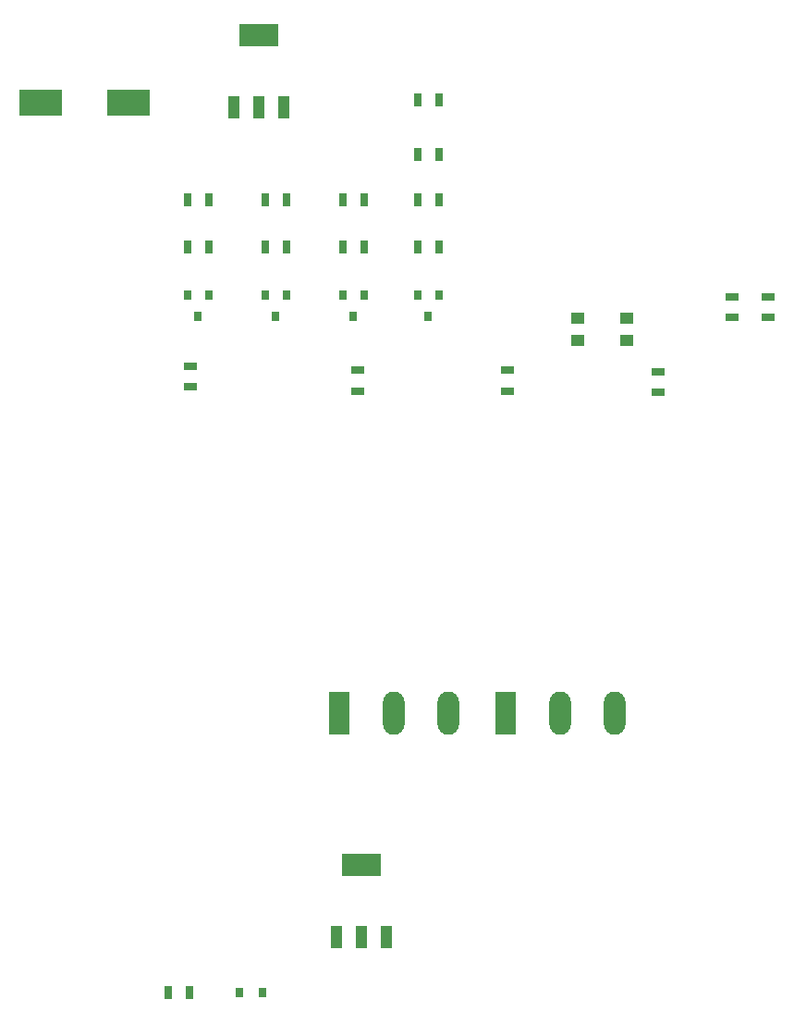
<source format=gtp>
G04 #@! TF.FileFunction,Paste,Top*
%FSLAX46Y46*%
G04 Gerber Fmt 4.6, Leading zero omitted, Abs format (unit mm)*
G04 Created by KiCad (PCBNEW 4.0.5+dfsg1-4) date Tue Dec 12 22:17:04 2017*
%MOMM*%
%LPD*%
G01*
G04 APERTURE LIST*
%ADD10C,0.100000*%
%ADD11R,4.000500X2.400300*%
%ADD12R,0.800000X0.900000*%
%ADD13R,1.250000X1.000000*%
%ADD14R,0.700000X1.300000*%
%ADD15R,1.300000X0.700000*%
%ADD16R,3.657600X2.032000*%
%ADD17R,1.016000X2.032000*%
%ADD18R,1.980000X3.960000*%
%ADD19O,1.980000X3.960000*%
G04 APERTURE END LIST*
D10*
D11*
X37020500Y-34290000D03*
X29019500Y-34290000D03*
D12*
X65466000Y-51832000D03*
X63566000Y-51832000D03*
X64516000Y-53832000D03*
X58608000Y-51832000D03*
X56708000Y-51832000D03*
X57658000Y-53832000D03*
X51496000Y-51832000D03*
X49596000Y-51832000D03*
X50546000Y-53832000D03*
X44384000Y-51832000D03*
X42484000Y-51832000D03*
X43434000Y-53832000D03*
D13*
X78232000Y-53991000D03*
X78232000Y-55991000D03*
X82677000Y-53991000D03*
X82677000Y-55991000D03*
D14*
X65466000Y-47498000D03*
X63566000Y-47498000D03*
X65466000Y-43180000D03*
X63566000Y-43180000D03*
X63566000Y-38989000D03*
X65466000Y-38989000D03*
X63566000Y-34036000D03*
X65466000Y-34036000D03*
D15*
X95631000Y-53909000D03*
X95631000Y-52009000D03*
X92329000Y-53909000D03*
X92329000Y-52009000D03*
D14*
X51496000Y-47498000D03*
X49596000Y-47498000D03*
X58608000Y-47498000D03*
X56708000Y-47498000D03*
X51496000Y-43180000D03*
X49596000Y-43180000D03*
X58608000Y-43180000D03*
X56708000Y-43180000D03*
X44384000Y-47498000D03*
X42484000Y-47498000D03*
X44384000Y-43180000D03*
X42484000Y-43180000D03*
D16*
X49022000Y-28067000D03*
D17*
X49022000Y-34671000D03*
X51308000Y-34671000D03*
X46736000Y-34671000D03*
D15*
X58039000Y-58740000D03*
X58039000Y-60640000D03*
X85598000Y-58867000D03*
X85598000Y-60767000D03*
X71755000Y-58740000D03*
X71755000Y-60640000D03*
X42722800Y-58384400D03*
X42722800Y-60284400D03*
D12*
X49310000Y-115697000D03*
X47210000Y-115697000D03*
D14*
X42606000Y-115697000D03*
X40706000Y-115697000D03*
D16*
X58420000Y-104013000D03*
D17*
X58420000Y-110617000D03*
X60706000Y-110617000D03*
X56134000Y-110617000D03*
D18*
X71628000Y-90170000D03*
D19*
X76628000Y-90170000D03*
X81628000Y-90170000D03*
D18*
X56388000Y-90170000D03*
D19*
X61388000Y-90170000D03*
X66388000Y-90170000D03*
M02*

</source>
